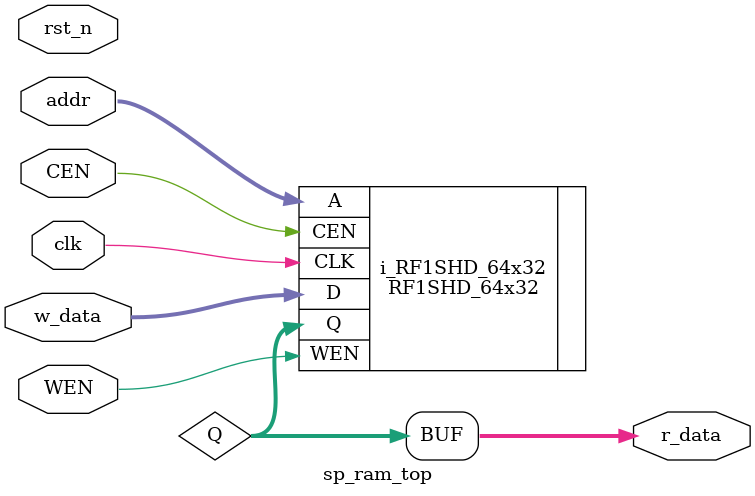
<source format=sv>
`timescale 1ns/10ps

module sp_ram_top #(
  parameter                       ADR_BIT =  6,
  parameter                       DAT_BIT = 32,
  parameter                       WEN_BIT =  1
)(
  input  logic                    clk,
  input  logic                    rst_n,
  input  logic [WEN_BIT-1: 0]     CEN,
  input  logic [WEN_BIT-1: 0]     WEN,
  input  logic [ADR_BIT-1: 0]     addr,
  input  logic [DAT_BIT-1: 0]     w_data,
  output logic [DAT_BIT-1: 0]     r_data
);

// tag COMPONENTs and SIGNALs declaration --------------------------------------------------------------------------
  logic [DAT_BIT-1: 0]            Q;
// tag OUTs assignment ---------------------------------------------------------------------------------------------
  assign      r_data            = Q;
// tag INs assignment ----------------------------------------------------------------------------------------------
// tag COMBINATIONAL LOGIC -----------------------------------------------------------------------------------------
// tag COMBINATIONAL PROCESS ---------------------------------------------------------------------------------------
// tag SEQUENTIAL LOGIC --------------------------------------------------------------------------------------------

// ***********************/**/**\**\****/**/**\**\****/**/**\**\****/**/**\**\****/**/**\**\****/**/**\**\****/**/**
//                       /**/****\**\**/**/****\**\**/**/****\**\**/**/****\**\**/**/****\**\**/**/****\**\**/**/***
// *********************/**/******\**\/**/******\**\/**/******\**\/**/******\**\/**/******\**\/**/******\**\/**/****

RF1SHD_64x32 i_RF1SHD_64x32 (
  .CLK ( clk      ),
  .CEN ( CEN      ),
  .WEN ( WEN      ),
  .A   ( addr     ),
  .D   ( w_data   ),
  .Q   ( Q        )
);

endmodule
</source>
